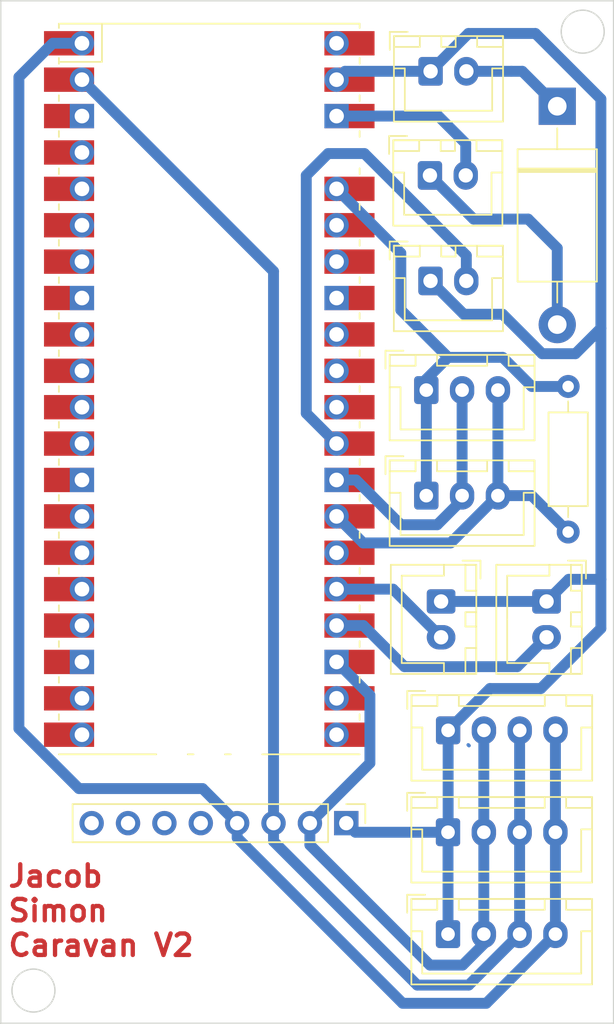
<source format=kicad_pcb>
(kicad_pcb (version 20221018) (generator pcbnew)
  (layers (0 "F.Cu" signal) (31 "B.Cu" signal) (34 "B.Paste" user) (35 "F.Paste" user) (36 "B.SilkS" user "B.Silkscreen") (37 "F.SilkS" user "F.Silkscreen") (38 "B.Mask" user) (39 "F.Mask" user) (44 "Edge.Cuts" user))
  (net 0 "")
  (net 1 "Net-(MPU6050-Pin_3)")
  (net 6 "Net-(D1-A1)")
  (net 24 "Net-(D1-A2)")
  (net 31 "Net-(MPU6050-Pin_4)")
  (net 33 "Net-(ScreenSW1-Pin_2)")
  (net 34 "Net-(J1-Pin_1)")
  (net 35 "Net-(J1-Pin_2)")
  (net 36 "Net-(J1-Pin_3)")
  (net 37 "Net-(ScreenSW2-Pin_2)")
  (net 38 "Net-(MPU6050-Pin_1)")
  (net 40 "Net-(MPU6050-Pin_2)")
  (net 45 "Net-(ScreenSW3-Pin_2)")
  (footprint "Diode_THT:D_DO-201AE_P15.24mm_Horizontal" (layer "F.Cu") (at 168.783 71.628 -90)
    (fp_text reference "D1" hide)
    (fp_text value "1.5KExxA" hide)
    (pad "1" thru_hole rect (at 0 0 270) (size 2.6 2.6) (drill 1.3) (layers "*.Cu" "*.Mask") (net 6 "Net-(D1-A1)"))
    (pad "2" thru_hole oval (at 15.24 0 270) (size 2.6 2.6) (drill 1.3) (layers "*.Cu" "*.Mask") (net 24 "Net-(D1-A2)"))
  )
  (footprint "Pico:RPi_Pico_SMD_TH" (layer "F.Cu") (at 144.484 91.363)
    (fp_text reference "U1" hide)
    (fp_text value "Pico" hide)
    (pad "1" thru_hole oval (at -8.89 -24.13) (size 1.7 1.7) (drill 1.02) (layers "*.Cu" "*.Mask") (net 31 "Net-(MPU6050-Pin_4)"))
    (pad "1" smd rect (at -8.89 -24.13) (size 3.5 1.7) (drill (offset -0.9 0)) (layers "F.Cu" "F.Mask") (net 31 "Net-(MPU6050-Pin_4)"))
    (pad "2" thru_hole oval (at -8.89 -21.59) (size 1.7 1.7) (drill 1.02) (layers "*.Cu" "*.Mask") (net 1 "Net-(MPU6050-Pin_3)"))
    (pad "2" smd rect (at -8.89 -21.59) (size 3.5 1.7) (drill (offset -0.9 0)) (layers "F.Cu" "F.Mask") (net 1 "Net-(MPU6050-Pin_3)"))
    (pad "3" thru_hole rect (at -8.89 -19.05) (size 1.7 1.7) (drill 1.02) (layers "*.Cu" "*.Mask"))
    (pad "3" smd rect (at -8.89 -19.05) (size 3.5 1.7) (drill (offset -0.9 0)) (layers "F.Cu" "F.Mask"))
    (pad "4" thru_hole oval (at -8.89 -16.51) (size 1.7 1.7) (drill 1.02) (layers "*.Cu" "*.Mask"))
    (pad "4" smd rect (at -8.89 -16.51) (size 3.5 1.7) (drill (offset -0.9 0)) (layers "F.Cu" "F.Mask"))
    (pad "5" thru_hole oval (at -8.89 -13.97) (size 1.7 1.7) (drill 1.02) (layers "*.Cu" "*.Mask"))
    (pad "5" smd rect (at -8.89 -13.97) (size 3.5 1.7) (drill (offset -0.9 0)) (layers "F.Cu" "F.Mask"))
    (pad "6" thru_hole oval (at -8.89 -11.43) (size 1.7 1.7) (drill 1.02) (layers "*.Cu" "*.Mask"))
    (pad "6" smd rect (at -8.89 -11.43) (size 3.5 1.7) (drill (offset -0.9 0)) (layers "F.Cu" "F.Mask"))
    (pad "7" thru_hole oval (at -8.89 -8.89) (size 1.7 1.7) (drill 1.02) (layers "*.Cu" "*.Mask"))
    (pad "7" smd rect (at -8.89 -8.89) (size 3.5 1.7) (drill (offset -0.9 0)) (layers "F.Cu" "F.Mask"))
    (pad "8" thru_hole rect (at -8.89 -6.35) (size 1.7 1.7) (drill 1.02) (layers "*.Cu" "*.Mask"))
    (pad "8" smd rect (at -8.89 -6.35) (size 3.5 1.7) (drill (offset -0.9 0)) (layers "F.Cu" "F.Mask"))
    (pad "9" thru_hole oval (at -8.89 -3.81) (size 1.7 1.7) (drill 1.02) (layers "*.Cu" "*.Mask"))
    (pad "9" smd rect (at -8.89 -3.81) (size 3.5 1.7) (drill (offset -0.9 0)) (layers "F.Cu" "F.Mask"))
    (pad "10" thru_hole oval (at -8.89 -1.27) (size 1.7 1.7) (drill 1.02) (layers "*.Cu" "*.Mask"))
    (pad "10" smd rect (at -8.89 -1.27) (size 3.5 1.7) (drill (offset -0.9 0)) (layers "F.Cu" "F.Mask"))
    (pad "11" thru_hole oval (at -8.89 1.27) (size 1.7 1.7) (drill 1.02) (layers "*.Cu" "*.Mask"))
    (pad "11" smd rect (at -8.89 1.27) (size 3.5 1.7) (drill (offset -0.9 0)) (layers "F.Cu" "F.Mask"))
    (pad "12" thru_hole oval (at -8.89 3.81) (size 1.7 1.7) (drill 1.02) (layers "*.Cu" "*.Mask"))
    (pad "12" smd rect (at -8.89 3.81) (size 3.5 1.7) (drill (offset -0.9 0)) (layers "F.Cu" "F.Mask"))
    (pad "13" thru_hole rect (at -8.89 6.35) (size 1.7 1.7) (drill 1.02) (layers "*.Cu" "*.Mask"))
    (pad "13" smd rect (at -8.89 6.35) (size 3.5 1.7) (drill (offset -0.9 0)) (layers "F.Cu" "F.Mask"))
    (pad "14" thru_hole oval (at -8.89 8.89) (size 1.7 1.7) (drill 1.02) (layers "*.Cu" "*.Mask"))
    (pad "14" smd rect (at -8.89 8.89) (size 3.5 1.7) (drill (offset -0.9 0)) (layers "F.Cu" "F.Mask"))
    (pad "15" thru_hole oval (at -8.89 11.43) (size 1.7 1.7) (drill 1.02) (layers "*.Cu" "*.Mask"))
    (pad "15" smd rect (at -8.89 11.43) (size 3.5 1.7) (drill (offset -0.9 0)) (layers "F.Cu" "F.Mask"))
    (pad "16" thru_hole oval (at -8.89 13.97) (size 1.7 1.7) (drill 1.02) (layers "*.Cu" "*.Mask"))
    (pad "16" smd rect (at -8.89 13.97) (size 3.5 1.7) (drill (offset -0.9 0)) (layers "F.Cu" "F.Mask"))
    (pad "17" thru_hole oval (at -8.89 16.51) (size 1.7 1.7) (drill 1.02) (layers "*.Cu" "*.Mask"))
    (pad "17" smd rect (at -8.89 16.51) (size 3.5 1.7) (drill (offset -0.9 0)) (layers "F.Cu" "F.Mask"))
    (pad "18" thru_hole rect (at -8.89 19.05) (size 1.7 1.7) (drill 1.02) (layers "*.Cu" "*.Mask"))
    (pad "18" smd rect (at -8.89 19.05) (size 3.5 1.7) (drill (offset -0.9 0)) (layers "F.Cu" "F.Mask"))
    (pad "19" thru_hole oval (at -8.89 21.59) (size 1.7 1.7) (drill 1.02) (layers "*.Cu" "*.Mask"))
    (pad "19" smd rect (at -8.89 21.59) (size 3.5 1.7) (drill (offset -0.9 0)) (layers "F.Cu" "F.Mask"))
    (pad "20" thru_hole oval (at -8.89 24.13) (size 1.7 1.7) (drill 1.02) (layers "*.Cu" "*.Mask"))
    (pad "20" smd rect (at -8.89 24.13) (size 3.5 1.7) (drill (offset -0.9 0)) (layers "F.Cu" "F.Mask"))
    (pad "21" thru_hole oval (at 8.89 24.13) (size 1.7 1.7) (drill 1.02) (layers "*.Cu" "*.Mask"))
    (pad "21" smd rect (at 8.89 24.13) (size 3.5 1.7) (drill (offset 0.9 0)) (layers "F.Cu" "F.Mask"))
    (pad "22" thru_hole oval (at 8.89 21.59) (size 1.7 1.7) (drill 1.02) (layers "*.Cu" "*.Mask"))
    (pad "22" smd rect (at 8.89 21.59) (size 3.5 1.7) (drill (offset 0.9 0)) (layers "F.Cu" "F.Mask"))
    (pad "23" thru_hole rect (at 8.89 19.05) (size 1.7 1.7) (drill 1.02) (layers "*.Cu" "*.Mask") (net 40 "Net-(MPU6050-Pin_2)"))
    (pad "23" smd rect (at 8.89 19.05) (size 3.5 1.7) (drill (offset 0.9 0)) (layers "F.Cu" "F.Mask") (net 40 "Net-(MPU6050-Pin_2)"))
    (pad "24" thru_hole oval (at 8.89 16.51) (size 1.7 1.7) (drill 1.02) (layers "*.Cu" "*.Mask") (net 45 "Net-(ScreenSW3-Pin_2)"))
    (pad "24" smd rect (at 8.89 16.51) (size 3.5 1.7) (drill (offset 0.9 0)) (layers "F.Cu" "F.Mask") (net 45 "Net-(ScreenSW3-Pin_2)"))
    (pad "25" thru_hole oval (at 8.89 13.97) (size 1.7 1.7) (drill 1.02) (layers "*.Cu" "*.Mask") (net 37 "Net-(ScreenSW2-Pin_2)"))
    (pad "25" smd rect (at 8.89 13.97) (size 3.5 1.7) (drill (offset 0.9 0)) (layers "F.Cu" "F.Mask") (net 37 "Net-(ScreenSW2-Pin_2)"))
    (pad "26" thru_hole oval (at 8.89 11.43) (size 1.7 1.7) (drill 1.02) (layers "*.Cu" "*.Mask"))
    (pad "26" smd rect (at 8.89 11.43) (size 3.5 1.7) (drill (offset 0.9 0)) (layers "F.Cu" "F.Mask"))
    (pad "27" thru_hole oval (at 8.89 8.89) (size 1.7 1.7) (drill 1.02) (layers "*.Cu" "*.Mask") (net 36 "Net-(J1-Pin_3)"))
    (pad "27" smd rect (at 8.89 8.89) (size 3.5 1.7) (drill (offset 0.9 0)) (layers "F.Cu" "F.Mask") (net 36 "Net-(J1-Pin_3)"))
    (pad "28" thru_hole rect (at 8.89 6.35) (size 1.7 1.7) (drill 1.02) (layers "*.Cu" "*.Mask") (net 35 "Net-(J1-Pin_2)"))
    (pad "28" smd rect (at 8.89 6.35) (size 3.5 1.7) (drill (offset 0.9 0)) (layers "F.Cu" "F.Mask") (net 35 "Net-(J1-Pin_2)"))
    (pad "29" thru_hole oval (at 8.89 3.81) (size 1.7 1.7) (drill 1.02) (layers "*.Cu" "*.Mask") (net 33 "Net-(ScreenSW1-Pin_2)"))
    (pad "29" smd rect (at 8.89 3.81) (size 3.5 1.7) (drill (offset 0.9 0)) (layers "F.Cu" "F.Mask") (net 33 "Net-(ScreenSW1-Pin_2)"))
    (pad "30" thru_hole oval (at 8.89 1.27) (size 1.7 1.7) (drill 1.02) (layers "*.Cu" "*.Mask"))
    (pad "30" smd rect (at 8.89 1.27) (size 3.5 1.7) (drill (offset 0.9 0)) (layers "F.Cu" "F.Mask"))
    (pad "31" thru_hole oval (at 8.89 -1.27) (size 1.7 1.7) (drill 1.02) (layers "*.Cu" "*.Mask"))
    (pad "31" smd rect (at 8.89 -1.27) (size 3.5 1.7) (drill (offset 0.9 0)) (layers "F.Cu" "F.Mask"))
    (pad "32" thru_hole oval (at 8.89 -3.81) (size 1.7 1.7) (drill 1.02) (layers "*.Cu" "*.Mask"))
    (pad "32" smd rect (at 8.89 -3.81) (size 3.5 1.7) (drill (offset 0.9 0)) (layers "F.Cu" "F.Mask"))
    (pad "33" thru_hole rect (at 8.89 -6.35) (size 1.7 1.7) (drill 1.02) (layers "*.Cu" "*.Mask"))
    (pad "33" smd rect (at 8.89 -6.35) (size 3.5 1.7) (drill (offset 0.9 0)) (layers "F.Cu" "F.Mask"))
    (pad "34" thru_hole oval (at 8.89 -8.89) (size 1.7 1.7) (drill 1.02) (layers "*.Cu" "*.Mask"))
    (pad "34" smd rect (at 8.89 -8.89) (size 3.5 1.7) (drill (offset 0.9 0)) (layers "F.Cu" "F.Mask"))
    (pad "35" thru_hole oval (at 8.89 -11.43) (size 1.7 1.7) (drill 1.02) (layers "*.Cu" "*.Mask"))
    (pad "35" smd rect (at 8.89 -11.43) (size 3.5 1.7) (drill (offset 0.9 0)) (layers "F.Cu" "F.Mask"))
    (pad "36" thru_hole oval (at 8.89 -13.97) (size 1.7 1.7) (drill 1.02) (layers "*.Cu" "*.Mask") (net 34 "Net-(J1-Pin_1)"))
    (pad "36" smd rect (at 8.89 -13.97) (size 3.5 1.7) (drill (offset 0.9 0)) (layers "F.Cu" "F.Mask") (net 34 "Net-(J1-Pin_1)"))
    (pad "38" thru_hole rect (at 8.89 -19.05) (size 1.7 1.7) (drill 1.02) (layers "*.Cu" "*.Mask"))
    (pad "38" smd rect (at 8.89 -19.05) (size 3.5 1.7) (drill (offset 0.9 0)) (layers "F.Cu" "F.Mask"))
    (pad "39" thru_hole oval (at 8.89 -21.59) (size 1.7 1.7) (drill 1.02) (layers "*.Cu" "*.Mask") (net 38 "Net-(MPU6050-Pin_1)"))
    (pad "39" smd rect (at 8.89 -21.59) (size 3.5 1.7) (drill (offset 0.9 0)) (layers "F.Cu" "F.Mask") (net 38 "Net-(MPU6050-Pin_1)"))
    (pad "40" thru_hole oval (at 8.89 -24.13) (size 1.7 1.7) (drill 1.02) (layers "*.Cu" "*.Mask"))
    (pad "40" smd rect (at 8.89 -24.13) (size 3.5 1.7) (drill (offset 0.9 0)) (layers "F.Cu" "F.Mask"))
  )
  (footprint "Connector_JST:JST_XH_B4B-XH-A_1x04_P2.50mm_Vertical" (layer "F.Cu") (at 161.163 115.189)
    (fp_text reference "Screen1" hide)
    (fp_text value "Conn_01x04" hide)
    (pad "1" thru_hole roundrect (at 0 0) (size 1.7 1.95) (drill 0.95) (layers "*.Cu" "*.Mask") (roundrect_rratio 0.1470588235) (net 38 "Net-(MPU6050-Pin_1)"))
    (pad "2" thru_hole oval (at 2.5 0) (size 1.7 1.95) (drill 0.95) (layers "*.Cu" "*.Mask") (net 40 "Net-(MPU6050-Pin_2)"))
    (pad "3" thru_hole oval (at 5 0) (size 1.7 1.95) (drill 0.95) (layers "*.Cu" "*.Mask") (net 1 "Net-(MPU6050-Pin_3)"))
    (pad "4" thru_hole oval (at 7.5 0) (size 1.7 1.95) (drill 0.95) (layers "*.Cu" "*.Mask") (net 31 "Net-(MPU6050-Pin_4)"))
  )
  (footprint "Connector_JST:JST_XH_B2B-XH-A_1x02_P2.50mm_Vertical" (layer "F.Cu") (at 159.933 83.82)
    (fp_text reference "ScreenSW1" hide)
    (fp_text value "Conn_01x02" hide)
    (pad "1" thru_hole roundrect (at 0 0) (size 1.7 2) (drill 1) (layers "*.Cu" "*.Mask") (roundrect_rratio 0.1470588235) (net 38 "Net-(MPU6050-Pin_1)"))
    (pad "2" thru_hole oval (at 2.5 0) (size 1.7 2) (drill 1) (layers "*.Cu" "*.Mask") (net 33 "Net-(ScreenSW1-Pin_2)"))
  )
  (footprint "Connector_JST:JST_XH_B2B-XH-A_1x02_P2.50mm_Vertical" (layer "F.Cu") (at 168.038 106.192 -90)
    (fp_text reference "ScreenSW3" hide)
    (fp_text value "Conn_01x02" hide)
    (pad "1" thru_hole roundrect (at 0 0 270) (size 1.7 2) (drill 1) (layers "*.Cu" "*.Mask") (roundrect_rratio 0.1470588235) (net 38 "Net-(MPU6050-Pin_1)"))
    (pad "2" thru_hole oval (at 2.5 0 270) (size 1.7 2) (drill 1) (layers "*.Cu" "*.Mask") (net 45 "Net-(ScreenSW3-Pin_2)"))
  )
  (footprint "Connector_JST:JST_XH_B2B-XH-A_1x02_P2.50mm_Vertical" (layer "F.Cu") (at 159.893 76.454)
    (fp_text reference "Power1" hide)
    (fp_text value "Conn_01x02" hide)
    (pad "1" thru_hole roundrect (at 0 0) (size 1.7 2) (drill 1) (layers "*.Cu" "*.Mask") (roundrect_rratio 0.1470588235) (net 24 "Net-(D1-A2)"))
    (pad "2" thru_hole oval (at 2.5 0) (size 1.7 2) (drill 1) (layers "*.Cu" "*.Mask") (net 40 "Net-(MPU6050-Pin_2)"))
  )
  (footprint "Connector_JST:JST_XH_B3B-XH-A_1x03_P2.50mm_Vertical" (layer "F.Cu") (at 159.639 98.806)
    (fp_text reference "J3" hide)
    (fp_text value "Temp1" hide)
    (pad "1" thru_hole roundrect (at 0 0) (size 1.7 1.95) (drill 0.95) (layers "*.Cu" "*.Mask") (roundrect_rratio 0.1470588235) (net 34 "Net-(J1-Pin_1)"))
    (pad "2" thru_hole oval (at 2.5 0) (size 1.7 1.95) (drill 0.95) (layers "*.Cu" "*.Mask") (net 35 "Net-(J1-Pin_2)"))
    (pad "3" thru_hole oval (at 5 0) (size 1.7 1.95) (drill 0.95) (layers "*.Cu" "*.Mask") (net 36 "Net-(J1-Pin_3)"))
  )
  (footprint "Connector_JST:JST_XH_B2B-XH-A_1x02_P2.50mm_Vertical" (layer "F.Cu") (at 160.672 106.192 -90)
    (fp_text reference "ScreenSW2" hide)
    (fp_text value "Conn_01x02" hide)
    (pad "1" thru_hole roundrect (at 0 0 270) (size 1.7 2) (drill 1) (layers "*.Cu" "*.Mask") (roundrect_rratio 0.1470588235) (net 38 "Net-(MPU6050-Pin_1)"))
    (pad "2" thru_hole oval (at 2.5 0 270) (size 1.7 2) (drill 1) (layers "*.Cu" "*.Mask") (net 37 "Net-(ScreenSW2-Pin_2)"))
  )
  (footprint "Connector_PinHeader_2.54mm:PinHeader_1x08_P2.54mm_Vertical" (layer "F.Cu") (at 154.051 121.666 -90)
    (fp_text reference "MPU6050" hide)
    (fp_text value "Conn_01x08" hide)
    (pad "1" thru_hole rect (at 0 0 270) (size 1.7 1.7) (drill 1) (layers "*.Cu" "*.Mask") (net 38 "Net-(MPU6050-Pin_1)"))
    (pad "2" thru_hole oval (at 0 2.54 270) (size 1.7 1.7) (drill 1) (layers "*.Cu" "*.Mask") (net 40 "Net-(MPU6050-Pin_2)"))
    (pad "3" thru_hole oval (at 0 5.08 270) (size 1.7 1.7) (drill 1) (layers "*.Cu" "*.Mask") (net 1 "Net-(MPU6050-Pin_3)"))
    (pad "4" thru_hole oval (at 0 7.62 270) (size 1.7 1.7) (drill 1) (layers "*.Cu" "*.Mask") (net 31 "Net-(MPU6050-Pin_4)"))
    (pad "5" thru_hole oval (at 0 10.16 270) (size 1.7 1.7) (drill 1) (layers "*.Cu" "*.Mask"))
    (pad "6" thru_hole oval (at 0 12.7 270) (size 1.7 1.7) (drill 1) (layers "*.Cu" "*.Mask"))
    (pad "7" thru_hole oval (at 0 15.24 270) (size 1.7 1.7) (drill 1) (layers "*.Cu" "*.Mask"))
    (pad "8" thru_hole oval (at 0 17.78 270) (size 1.7 1.7) (drill 1) (layers "*.Cu" "*.Mask"))
  )
  (footprint "Connector_JST:JST_XH_B3B-XH-A_1x03_P2.50mm_Vertical" (layer "F.Cu") (at 159.639 91.44)
    (fp_text reference "J1" hide)
    (fp_text value "Temp2" hide)
    (pad "1" thru_hole roundrect (at 0 0) (size 1.7 1.95) (drill 0.95) (layers "*.Cu" "*.Mask") (roundrect_rratio 0.1470588235) (net 34 "Net-(J1-Pin_1)"))
    (pad "2" thru_hole oval (at 2.5 0) (size 1.7 1.95) (drill 0.95) (layers "*.Cu" "*.Mask") (net 35 "Net-(J1-Pin_2)"))
    (pad "3" thru_hole oval (at 5 0) (size 1.7 1.95) (drill 0.95) (layers "*.Cu" "*.Mask") (net 36 "Net-(J1-Pin_3)"))
  )
  (footprint "Connector_JST:JST_XH_B2B-XH-A_1x02_P2.50mm_Vertical" (layer "F.Cu") (at 159.939 69.188)
    (fp_text reference "Switch1" hide)
    (fp_text value "Conn_01x02" hide)
    (pad "1" thru_hole roundrect (at 0 0) (size 1.7 2) (drill 1) (layers "*.Cu" "*.Mask") (roundrect_rratio 0.1470588235) (net 38 "Net-(MPU6050-Pin_1)"))
    (pad "2" thru_hole oval (at 2.5 0) (size 1.7 2) (drill 1) (layers "*.Cu" "*.Mask") (net 6 "Net-(D1-A1)"))
  )
  (footprint "Connector_JST:JST_XH_B4B-XH-A_1x04_P2.50mm_Vertical" (layer "F.Cu") (at 161.156 129.413)
    (fp_text reference "Screen3" hide)
    (fp_text value "Conn_01x04" hide)
    (pad "1" thru_hole roundrect (at 0 0) (size 1.7 1.95) (drill 0.95) (layers "*.Cu" "*.Mask") (roundrect_rratio 0.1470588235) (net 38 "Net-(MPU6050-Pin_1)"))
    (pad "2" thru_hole oval (at 2.5 0) (size 1.7 1.95) (drill 0.95) (layers "*.Cu" "*.Mask") (net 40 "Net-(MPU6050-Pin_2)"))
    (pad "3" thru_hole oval (at 5 0) (size 1.7 1.95) (drill 0.95) (layers "*.Cu" "*.Mask") (net 1 "Net-(MPU6050-Pin_3)"))
    (pad "4" thru_hole oval (at 7.5 0) (size 1.7 1.95) (drill 0.95) (layers "*.Cu" "*.Mask") (net 31 "Net-(MPU6050-Pin_4)"))
  )
  (footprint "Resistor_THT:R_Axial_DIN0207_L6.3mm_D2.5mm_P10.16mm_Horizontal" (layer "F.Cu") (at 169.545 91.186 -90)
    (fp_text reference "R1" hide)
    (fp_text value "R" hide)
    (pad "1" thru_hole circle (at 0 0 270) (size 1.6 1.6) (drill 0.8) (layers "*.Cu" "*.Mask") (net 34 "Net-(J1-Pin_1)"))
    (pad "2" thru_hole oval (at 10.16 0 270) (size 1.6 1.6) (drill 0.8) (layers "*.Cu" "*.Mask") (net 36 "Net-(J1-Pin_3)"))
  )
  (footprint "Connector_JST:JST_XH_B4B-XH-A_1x04_P2.50mm_Vertical" (layer "F.Cu") (at 161.156 122.301)
    (fp_text reference "Screen2" hide)
    (fp_text value "Conn_01x04" hide)
    (pad "1" thru_hole roundrect (at 0 0) (size 1.7 1.95) (drill 0.95) (layers "*.Cu" "*.Mask") (roundrect_rratio 0.1470588235) (net 38 "Net-(MPU6050-Pin_1)"))
    (pad "2" thru_hole oval (at 2.5 0) (size 1.7 1.95) (drill 0.95) (layers "*.Cu" "*.Mask") (net 40 "Net-(MPU6050-Pin_2)"))
    (pad "3" thru_hole oval (at 5 0) (size 1.7 1.95) (drill 0.95) (layers "*.Cu" "*.Mask") (net 1 "Net-(MPU6050-Pin_3)"))
    (pad "4" thru_hole oval (at 7.5 0) (size 1.7 1.95) (drill 0.95) (layers "*.Cu" "*.Mask") (net 31 "Net-(MPU6050-Pin_4)"))
  )
  (gr_circle (center 170.561 66.421) (end 172.061 66.421) (stroke (width 0.1)) (fill none) (layer "Edge.Cuts"))
  (gr_rect (start 129.921 64.262) (end 172.72 135.636) (stroke (width 0.1)) (fill none) (layer "Edge.Cuts"))
  (gr_circle (center 132.207 133.35) (end 133.707 133.35) (stroke (width 0.1)) (fill none) (layer "Edge.Cuts"))
  (gr_text "Jacob\nSimon\nCaravan V2" (at 130.302 131.064) (layer "F.Cu") (effects (font (size 1.5 1.5) (thickness 0.3) bold) (justify left bottom)))
  (segment (start 162.570104 116.203527) (end 162.620104 116.253527) (width 0.25) (layer "B.Cu") (net 0))
  (segment (start 159.004 132.969) (end 162.6 132.969) (width 0.76) (layer "B.Cu") (net 1))
  (segment (start 148.971 122.936) (end 159.004 132.969) (width 0.76) (layer "B.Cu") (net 1))
  (segment (start 135.594 69.773) (end 148.971 83.15) (width 0.76) (layer "B.Cu") (net 1))
  (segment (start 166.156 122.301) (end 166.156 115.196) (width 0.76) (layer "B.Cu") (net 1))
  (segment (start 148.971 121.666) (end 148.971 122.936) (width 0.76) (layer "B.Cu") (net 1))
  (segment (start 162.6 132.969) (end 166.156 129.413) (width 0.76) (layer "B.Cu") (net 1))
  (segment (start 166.156 115.196) (end 166.163 115.189) (width 0.76) (layer "B.Cu") (net 1))
  (segment (start 148.971 83.15) (end 148.971 121.666) (width 0.76) (layer "B.Cu") (net 1))
  (segment (start 166.156 122.301) (end 166.156 129.413) (width 0.76) (layer "B.Cu") (net 1))
  (segment (start 166.343 69.188) (end 165.581 69.188) (width 0.76) (layer "B.Cu") (net 6))
  (segment (start 162.439 69.188) (end 165.581 69.188) (width 0.76) (layer "B.Cu") (net 6))
  (segment (start 168.783 71.628) (end 166.343 69.188) (width 0.76) (layer "B.Cu") (net 6))
  (segment (start 166.751 79.502) (end 162.941 79.502) (width 0.76) (layer "B.Cu") (net 24))
  (segment (start 162.941 79.502) (end 159.893 76.454) (width 0.76) (layer "B.Cu") (net 24))
  (segment (start 168.783 81.534) (end 166.751 79.502) (width 0.76) (layer "B.Cu") (net 24))
  (segment (start 168.783 81.534) (end 168.783 86.868) (width 0.76) (layer "B.Cu") (net 24))
  (segment (start 168.656 115.196) (end 168.663 115.189) (width 0.76) (layer "B.Cu") (net 31))
  (segment (start 133.554 67.233) (end 135.594 67.233) (width 0.76) (layer "B.Cu") (net 31))
  (segment (start 146.431 121.666) (end 144.018 119.253) (width 0.76) (layer "B.Cu") (net 31))
  (segment (start 146.431 122.682) (end 146.431 121.666) (width 0.76) (layer "B.Cu") (net 31))
  (segment (start 131.191 115.062) (end 131.191 69.596) (width 0.76) (layer "B.Cu") (net 31))
  (segment (start 168.656 122.301) (end 168.656 115.196) (width 0.76) (layer "B.Cu") (net 31))
  (segment (start 163.83 134.239) (end 157.988 134.239) (width 0.76) (layer "B.Cu") (net 31))
  (segment (start 144.018 119.253) (end 135.382 119.253) (width 0.76) (layer "B.Cu") (net 31))
  (segment (start 131.191 115.062) (end 133.052 116.923) (width 0.76) (layer "B.Cu") (net 31))
  (segment (start 131.191 69.596) (end 133.554 67.233) (width 0.76) (layer "B.Cu") (net 31))
  (segment (start 168.656 129.413) (end 163.83 134.239) (width 0.76) (layer "B.Cu") (net 31))
  (segment (start 168.656 122.301) (end 168.656 129.413) (width 0.76) (layer "B.Cu") (net 31))
  (segment (start 157.988 134.239) (end 146.431 122.682) (width 0.76) (layer "B.Cu") (net 31))
  (segment (start 133.052 116.923) (end 135.382 119.253) (width 0.76) (layer "B.Cu") (net 31))
  (segment (start 151.257 93.056) (end 153.374 95.173) (width 0.76) (layer "B.Cu") (net 33))
  (segment (start 151.257 76.454) (end 151.257 93.056) (width 0.76) (layer "B.Cu") (net 33))
  (segment (start 162.433 83.82) (end 162.433 82.042) (width 0.76) (layer "B.Cu") (net 33))
  (segment (start 155.321 74.93) (end 152.781 74.93) (width 0.76) (layer "B.Cu") (net 33))
  (segment (start 152.781 74.93) (end 151.257 76.454) (width 0.76) (layer "B.Cu") (net 33))
  (segment (start 162.433 82.042) (end 155.321 74.93) (width 0.76) (layer "B.Cu") (net 33))
  (segment (start 159.893 87.884) (end 157.861 85.852) (width 0.76) (layer "B.Cu") (net 34))
  (segment (start 157.861 85.852) (end 157.861 81.88) (width 0.76) (layer "B.Cu") (net 34))
  (segment (start 157.861 81.88) (end 153.374 77.393) (width 0.76) (layer "B.Cu") (net 34))
  (segment (start 159.639 90.678) (end 159.639 91.44) (width 0.76) (layer "B.Cu") (net 34))
  (segment (start 169.545 91.186) (end 167.005 91.186) (width 0.76) (layer "B.Cu") (net 34))
  (segment (start 161.163 89.154) (end 159.639 90.678) (width 0.76) (layer "B.Cu") (net 34))
  (segment (start 164.973 89.154) (end 161.163 89.154) (width 0.76) (layer "B.Cu") (net 34))
  (segment (start 161.163 89.154) (end 159.893 87.884) (width 0.76) (layer "B.Cu") (net 34))
  (segment (start 167.005 91.186) (end 164.973 89.154) (width 0.76) (layer "B.Cu") (net 34))
  (segment (start 159.639 91.44) (end 159.639 98.806) (width 0.76) (layer "B.Cu") (net 34))
  (segment (start 160.478 72.313) (end 153.374 72.313) (width 0.76) (layer "B.Cu") (net 35))
  (segment (start 162.393 76.454) (end 162.393 74.228) (width 0.76) (layer "B.Cu") (net 35))
  (segment (start 153.184 97.713) (end 153.374 97.713) (width 0.76) (layer "B.Cu") (net 35))
  (segment (start 160.401 100.838) (end 157.861 100.838) (width 0.76) (layer "B.Cu") (net 35))
  (segment (start 154.736 97.713) (end 157.861 100.838) (width 0.76) (layer "B.Cu") (net 35))
  (segment (start 162.139 99.1) (end 160.401 100.838) (width 0.76) (layer "B.Cu") (net 35))
  (segment (start 153.451 97.79) (end 153.374 97.713) (width 0.76) (layer "B.Cu") (net 35))
  (segment (start 153.374 97.713) (end 154.736 97.713) (width 0.76) (layer "B.Cu") (net 35))
  (segment (start 162.139 98.806) (end 162.139 99.1) (width 0.25) (layer "B.Cu") (net 35))
  (segment (start 162.393 74.228) (end 160.478 72.313) (width 0.76) (layer "B.Cu") (net 35))
  (segment (start 153.377 97.71) (end 153.374 97.713) (width 0.76) (layer "B.Cu") (net 35))
  (segment (start 162.139 98.806) (end 162.139 91.44) (width 0.76) (layer "B.Cu") (net 35))
  (segment (start 164.639 98.806) (end 164.639 91.44) (width 0.76) (layer "B.Cu") (net 36))
  (segment (start 153.374 100.253) (end 155.229 102.108) (width 0.76) (layer "B.Cu") (net 36))
  (segment (start 164.639 98.806) (end 161.337 102.108) (width 0.76) (layer "B.Cu") (net 36))
  (segment (start 167.005 98.806) (end 169.545 101.346) (width 0.76) (layer "B.Cu") (net 36))
  (segment (start 164.639 98.886) (end 164.639 98.552) (width 0.76) (layer "B.Cu") (net 36))
  (segment (start 164.639 98.806) (end 167.005 98.806) (width 0.76) (layer "B.Cu") (net 36))
  (segment (start 161.337 102.108) (end 155.229 102.108) (width 0.76) (layer "B.Cu") (net 36))
  (segment (start 157.313 105.333) (end 160.672 108.692) (width 0.76) (layer "B.Cu") (net 37))
  (segment (start 153.374 105.333) (end 157.313 105.333) (width 0.76) (layer "B.Cu") (net 37))
  (segment (start 167.64 112.268) (end 164.084 112.268) (width 0.76) (layer "B.Cu") (net 38))
  (segment (start 161.163 115.189) (end 161.163 122.294) (width 0.76) (layer "B.Cu") (net 38))
  (segment (start 159.939 69.188) (end 162.579 66.548) (width 0.76) (layer "B.Cu") (net 38))
  (segment (start 171.831 87.122) (end 171.831 104.648) (width 0.76) (layer "B.Cu") (net 38))
  (segment (start 153.959 69.188) (end 153.374 69.773) (width 0.76) (layer "B.Cu") (net 38))
  (segment (start 162.579 66.548) (end 167.259 66.548) (width 0.76) (layer "B.Cu") (net 38))
  (segment (start 164.973 86.146) (end 162.259 86.146) (width 0.76) (layer "B.Cu") (net 38))
  (segment (start 171.831 104.648) (end 171.831 108.077) (width 0.76) (layer "B.Cu") (net 38))
  (segment (start 161.163 122.294) (end 161.156 122.301) (width 0.76) (layer "B.Cu") (net 38))
  (segment (start 167.727 88.9) (end 170.053 88.9) (width 0.76) (layer "B.Cu") (net 38))
  (segment (start 164.084 112.268) (end 161.163 115.189) (width 0.76) (layer "B.Cu") (net 38))
  (segment (start 171.831 104.648) (end 169.582 104.648) (width 0.76) (layer "B.Cu") (net 38))
  (segment (start 161.156 122.301) (end 161.156 129.413) (width 0.76) (layer "B.Cu") (net 38))
  (segment (start 169.582 104.648) (end 168.038 106.192) (width 0.76) (layer "B.Cu") (net 38))
  (segment (start 171.831 71.12) (end 171.831 87.122) (width 0.76) (layer "B.Cu") (net 38))
  (segment (start 164.973 86.146) (end 167.727 88.9) (width 0.76) (layer "B.Cu") (net 38))
  (segment (start 159.801 83.82) (end 159.933 83.82) (width 0.25) (layer "B.Cu") (net 38))
  (segment (start 167.259 66.548) (end 171.831 71.12) (width 0.76) (layer "B.Cu") (net 38))
  (segment (start 154.686 122.301) (end 154.051 121.666) (width 0.76) (layer "B.Cu") (net 38))
  (segment (start 171.831 108.077) (end 167.64 112.268) (width 0.76) (layer "B.Cu") (net 38))
  (segment (start 161.156 122.301) (end 154.686 122.301) (width 0.76) (layer "B.Cu") (net 38))
  (segment (start 168.038 106.192) (end 160.672 106.192) (width 0.76) (layer "B.Cu") (net 38))
  (segment (start 159.939 69.188) (end 153.959 69.188) (width 0.76) (layer "B.Cu") (net 38))
  (segment (start 170.053 88.9) (end 171.831 87.122) (width 0.76) (layer "B.Cu") (net 38))
  (segment (start 162.259 86.146) (end 159.933 83.82) (width 0.76) (layer "B.Cu") (net 38))
  (segment (start 163.656 129.413) (end 163.656 130.095) (width 0.76) (layer "B.Cu") (net 40))
  (segment (start 163.656 122.301) (end 163.656 115.196) (width 0.76) (layer "B.Cu") (net 40))
  (segment (start 155.702 117.475) (end 151.511 121.666) (width 0.76) (layer "B.Cu") (net 40))
  (segment (start 162.179 131.572) (end 159.893 131.572) (width 0.76) (layer "B.Cu") (net 40))
  (segment (start 155.702 112.741) (end 155.702 117.475) (width 0.76) (layer "B.Cu") (net 40))
  (segment (start 163.663 115.189) (end 163.663 114.768) (width 0.25) (layer "B.Cu") (net 40))
  (segment (start 159.893 131.572) (end 151.511 123.19) (width 0.76) (layer "B.Cu") (net 40))
  (segment (start 163.656 130.095) (end 162.179 131.572) (width 0.76) (layer "B.Cu") (net 40))
  (segment (start 151.511 123.19) (end 151.511 121.666) (width 0.76) (layer "B.Cu") (net 40))
  (segment (start 152.974 110.413) (end 153.374 110.413) (width 0.76) (layer "B.Cu") (net 40))
  (segment (start 163.656 115.196) (end 163.663 115.189) (width 0.76) (layer "B.Cu") (net 40))
  (segment (start 163.656 122.301) (end 163.656 129.413) (width 0.76) (layer "B.Cu") (net 40))
  (segment (start 153.374 110.413) (end 153.466 110.413) (width 0.76) (layer "B.Cu") (net 40))
  (segment (start 153.374 110.413) (end 155.702 112.741) (width 0.76) (layer "B.Cu") (net 40))
  (segment (start 155.244 107.873) (end 158.115 110.744) (width 0.76) (layer "B.Cu") (net 45))
  (segment (start 153.374 107.873) (end 155.244 107.873) (width 0.76) (layer "B.Cu") (net 45))
  (segment (start 158.115 110.744) (end 165.986 110.744) (width 0.76) (layer "B.Cu") (net 45))
  (segment (start 165.986 110.744) (end 168.038 108.692) (width 0.76) (layer "B.Cu") (net 45))
)
</source>
